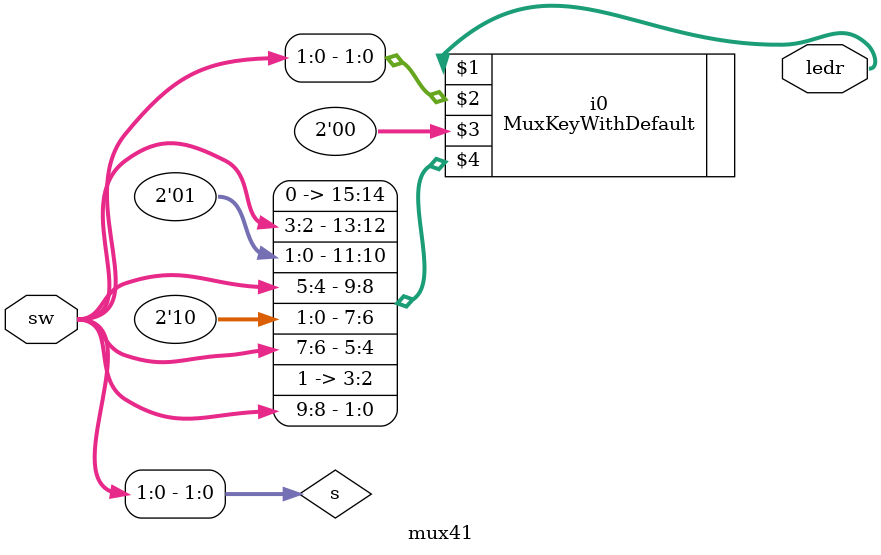
<source format=v>
module mux41(
	input [9:0] sw,
	output [1:0] ledr

);

wire [1:0] s;
assign s = sw[1:0];

MuxKeyWithDefault #(4, 2, 2) i0 (ledr, s, 2'b00, {
	 2'b00, sw[3:2],
	 2'b01, sw[5:4],
	 2'b10, sw[7:6],
         2'b11, sw[9:8]
});
endmodule

</source>
